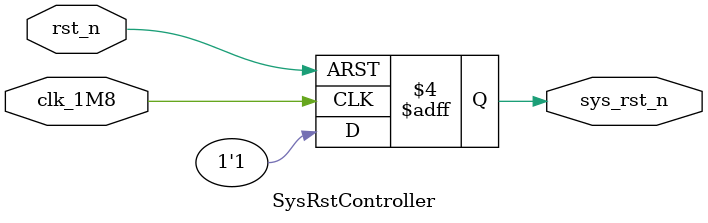
<source format=v>
`timescale 1ns / 1ps
module SysRstController(
    input wire clk_1M8,
    input wire rst_n,
    output reg sys_rst_n
    );

    //reg [1:0] count;

    initial
    begin
        //count = 0;
    end

    always @(posedge clk_1M8 or negedge rst_n)
    begin
        if (!rst_n)
        begin
            //count <= 0;
            sys_rst_n <= 0;
        end
        else// if (count == 2'b1)    //17'h3ffff
        begin
            sys_rst_n <= 1;
            //count <= 2'b1;         //17'h3ffff
        end
        // else
        // begin
        //     count <= count + 1;
        //     sys_rst_n <= 0;
        // end
    end

endmodule

</source>
